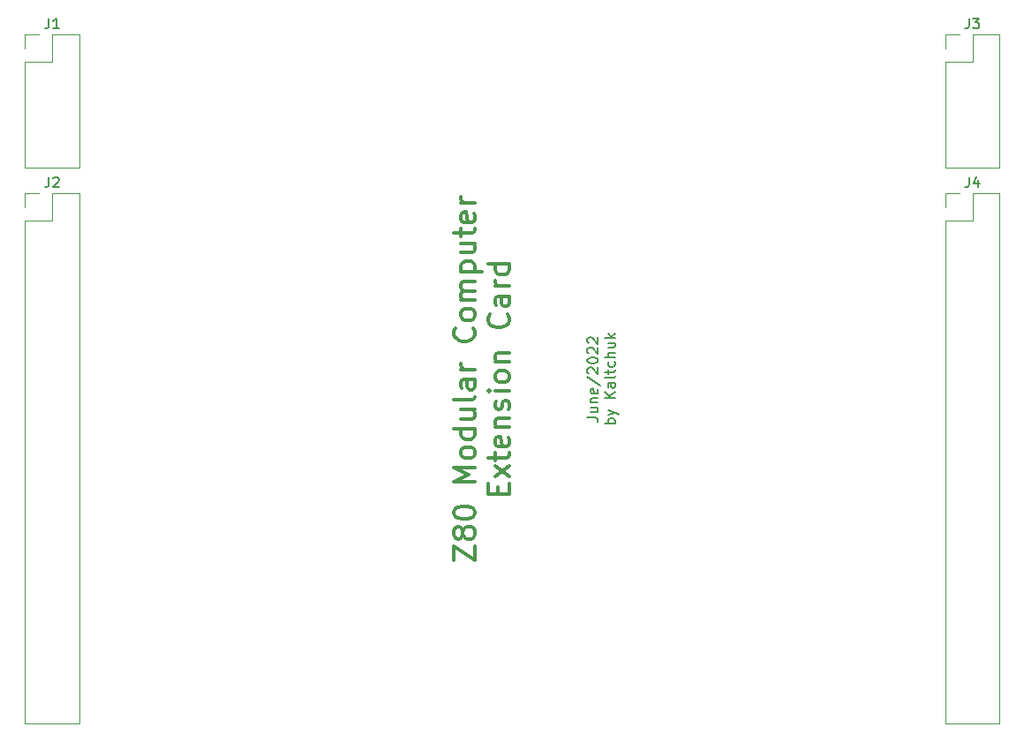
<source format=gbr>
%TF.GenerationSoftware,KiCad,Pcbnew,(6.0.4)*%
%TF.CreationDate,2022-06-04T07:03:01+03:00*%
%TF.ProjectId,Extension,45787465-6e73-4696-9f6e-2e6b69636164,rev?*%
%TF.SameCoordinates,Original*%
%TF.FileFunction,Legend,Top*%
%TF.FilePolarity,Positive*%
%FSLAX46Y46*%
G04 Gerber Fmt 4.6, Leading zero omitted, Abs format (unit mm)*
G04 Created by KiCad (PCBNEW (6.0.4)) date 2022-06-04 07:03:01*
%MOMM*%
%LPD*%
G01*
G04 APERTURE LIST*
%ADD10C,0.152400*%
%ADD11C,0.304800*%
%ADD12C,0.150000*%
%ADD13C,0.120000*%
G04 APERTURE END LIST*
D10*
X152295739Y-94481952D02*
X153021453Y-94481952D01*
X153166596Y-94530333D01*
X153263358Y-94627095D01*
X153311739Y-94772238D01*
X153311739Y-94869000D01*
X152634405Y-93562714D02*
X153311739Y-93562714D01*
X152634405Y-93998142D02*
X153166596Y-93998142D01*
X153263358Y-93949761D01*
X153311739Y-93853000D01*
X153311739Y-93707857D01*
X153263358Y-93611095D01*
X153214977Y-93562714D01*
X152634405Y-93078904D02*
X153311739Y-93078904D01*
X152731167Y-93078904D02*
X152682786Y-93030523D01*
X152634405Y-92933761D01*
X152634405Y-92788619D01*
X152682786Y-92691857D01*
X152779548Y-92643476D01*
X153311739Y-92643476D01*
X153263358Y-91772619D02*
X153311739Y-91869380D01*
X153311739Y-92062904D01*
X153263358Y-92159666D01*
X153166596Y-92208047D01*
X152779548Y-92208047D01*
X152682786Y-92159666D01*
X152634405Y-92062904D01*
X152634405Y-91869380D01*
X152682786Y-91772619D01*
X152779548Y-91724238D01*
X152876310Y-91724238D01*
X152973072Y-92208047D01*
X152247358Y-90563095D02*
X153553643Y-91433952D01*
X152392500Y-90272809D02*
X152344120Y-90224428D01*
X152295739Y-90127666D01*
X152295739Y-89885761D01*
X152344120Y-89789000D01*
X152392500Y-89740619D01*
X152489262Y-89692238D01*
X152586024Y-89692238D01*
X152731167Y-89740619D01*
X153311739Y-90321190D01*
X153311739Y-89692238D01*
X152295739Y-89063285D02*
X152295739Y-88966523D01*
X152344120Y-88869761D01*
X152392500Y-88821380D01*
X152489262Y-88773000D01*
X152682786Y-88724619D01*
X152924691Y-88724619D01*
X153118215Y-88773000D01*
X153214977Y-88821380D01*
X153263358Y-88869761D01*
X153311739Y-88966523D01*
X153311739Y-89063285D01*
X153263358Y-89160047D01*
X153214977Y-89208428D01*
X153118215Y-89256809D01*
X152924691Y-89305190D01*
X152682786Y-89305190D01*
X152489262Y-89256809D01*
X152392500Y-89208428D01*
X152344120Y-89160047D01*
X152295739Y-89063285D01*
X152392500Y-88337571D02*
X152344120Y-88289190D01*
X152295739Y-88192428D01*
X152295739Y-87950523D01*
X152344120Y-87853761D01*
X152392500Y-87805380D01*
X152489262Y-87757000D01*
X152586024Y-87757000D01*
X152731167Y-87805380D01*
X153311739Y-88385952D01*
X153311739Y-87757000D01*
X152392500Y-87369952D02*
X152344120Y-87321571D01*
X152295739Y-87224809D01*
X152295739Y-86982904D01*
X152344120Y-86886142D01*
X152392500Y-86837761D01*
X152489262Y-86789380D01*
X152586024Y-86789380D01*
X152731167Y-86837761D01*
X153311739Y-87418333D01*
X153311739Y-86789380D01*
X154947499Y-95086714D02*
X153931499Y-95086714D01*
X154318546Y-95086714D02*
X154270165Y-94989952D01*
X154270165Y-94796428D01*
X154318546Y-94699666D01*
X154366927Y-94651285D01*
X154463689Y-94602904D01*
X154753975Y-94602904D01*
X154850737Y-94651285D01*
X154899118Y-94699666D01*
X154947499Y-94796428D01*
X154947499Y-94989952D01*
X154899118Y-95086714D01*
X154270165Y-94264238D02*
X154947499Y-94022333D01*
X154270165Y-93780428D02*
X154947499Y-94022333D01*
X155189403Y-94119095D01*
X155237784Y-94167476D01*
X155286165Y-94264238D01*
X154947499Y-92619285D02*
X153931499Y-92619285D01*
X154947499Y-92038714D02*
X154366927Y-92474142D01*
X153931499Y-92038714D02*
X154512070Y-92619285D01*
X154947499Y-91167857D02*
X154415308Y-91167857D01*
X154318546Y-91216238D01*
X154270165Y-91313000D01*
X154270165Y-91506523D01*
X154318546Y-91603285D01*
X154899118Y-91167857D02*
X154947499Y-91264619D01*
X154947499Y-91506523D01*
X154899118Y-91603285D01*
X154802356Y-91651666D01*
X154705594Y-91651666D01*
X154608832Y-91603285D01*
X154560451Y-91506523D01*
X154560451Y-91264619D01*
X154512070Y-91167857D01*
X154947499Y-90538904D02*
X154899118Y-90635666D01*
X154802356Y-90684047D01*
X153931499Y-90684047D01*
X154270165Y-90297000D02*
X154270165Y-89909952D01*
X153931499Y-90151857D02*
X154802356Y-90151857D01*
X154899118Y-90103476D01*
X154947499Y-90006714D01*
X154947499Y-89909952D01*
X154899118Y-89135857D02*
X154947499Y-89232619D01*
X154947499Y-89426142D01*
X154899118Y-89522904D01*
X154850737Y-89571285D01*
X154753975Y-89619666D01*
X154463689Y-89619666D01*
X154366927Y-89571285D01*
X154318546Y-89522904D01*
X154270165Y-89426142D01*
X154270165Y-89232619D01*
X154318546Y-89135857D01*
X154947499Y-88700428D02*
X153931499Y-88700428D01*
X154947499Y-88265000D02*
X154415308Y-88265000D01*
X154318546Y-88313380D01*
X154270165Y-88410142D01*
X154270165Y-88555285D01*
X154318546Y-88652047D01*
X154366927Y-88700428D01*
X154270165Y-87345761D02*
X154947499Y-87345761D01*
X154270165Y-87781190D02*
X154802356Y-87781190D01*
X154899118Y-87732809D01*
X154947499Y-87636047D01*
X154947499Y-87490904D01*
X154899118Y-87394142D01*
X154850737Y-87345761D01*
X154947499Y-86861952D02*
X153931499Y-86861952D01*
X154560451Y-86765190D02*
X154947499Y-86474904D01*
X154270165Y-86474904D02*
X154657213Y-86861952D01*
D11*
X139491478Y-108173761D02*
X139491478Y-106819095D01*
X141523478Y-108173761D01*
X141523478Y-106819095D01*
X140362335Y-105754714D02*
X140265573Y-105948238D01*
X140168811Y-106045000D01*
X139975287Y-106141761D01*
X139878525Y-106141761D01*
X139685001Y-106045000D01*
X139588240Y-105948238D01*
X139491478Y-105754714D01*
X139491478Y-105367666D01*
X139588240Y-105174142D01*
X139685001Y-105077380D01*
X139878525Y-104980619D01*
X139975287Y-104980619D01*
X140168811Y-105077380D01*
X140265573Y-105174142D01*
X140362335Y-105367666D01*
X140362335Y-105754714D01*
X140459097Y-105948238D01*
X140555859Y-106045000D01*
X140749382Y-106141761D01*
X141136430Y-106141761D01*
X141329954Y-106045000D01*
X141426716Y-105948238D01*
X141523478Y-105754714D01*
X141523478Y-105367666D01*
X141426716Y-105174142D01*
X141329954Y-105077380D01*
X141136430Y-104980619D01*
X140749382Y-104980619D01*
X140555859Y-105077380D01*
X140459097Y-105174142D01*
X140362335Y-105367666D01*
X139491478Y-103722714D02*
X139491478Y-103529190D01*
X139588240Y-103335666D01*
X139685001Y-103238904D01*
X139878525Y-103142142D01*
X140265573Y-103045380D01*
X140749382Y-103045380D01*
X141136430Y-103142142D01*
X141329954Y-103238904D01*
X141426716Y-103335666D01*
X141523478Y-103529190D01*
X141523478Y-103722714D01*
X141426716Y-103916238D01*
X141329954Y-104013000D01*
X141136430Y-104109761D01*
X140749382Y-104206523D01*
X140265573Y-104206523D01*
X139878525Y-104109761D01*
X139685001Y-104013000D01*
X139588240Y-103916238D01*
X139491478Y-103722714D01*
X141523478Y-100626333D02*
X139491478Y-100626333D01*
X140942906Y-99949000D01*
X139491478Y-99271666D01*
X141523478Y-99271666D01*
X141523478Y-98013761D02*
X141426716Y-98207285D01*
X141329954Y-98304047D01*
X141136430Y-98400809D01*
X140555859Y-98400809D01*
X140362335Y-98304047D01*
X140265573Y-98207285D01*
X140168811Y-98013761D01*
X140168811Y-97723476D01*
X140265573Y-97529952D01*
X140362335Y-97433190D01*
X140555859Y-97336428D01*
X141136430Y-97336428D01*
X141329954Y-97433190D01*
X141426716Y-97529952D01*
X141523478Y-97723476D01*
X141523478Y-98013761D01*
X141523478Y-95594714D02*
X139491478Y-95594714D01*
X141426716Y-95594714D02*
X141523478Y-95788238D01*
X141523478Y-96175285D01*
X141426716Y-96368809D01*
X141329954Y-96465571D01*
X141136430Y-96562333D01*
X140555859Y-96562333D01*
X140362335Y-96465571D01*
X140265573Y-96368809D01*
X140168811Y-96175285D01*
X140168811Y-95788238D01*
X140265573Y-95594714D01*
X140168811Y-93756238D02*
X141523478Y-93756238D01*
X140168811Y-94627095D02*
X141233192Y-94627095D01*
X141426716Y-94530333D01*
X141523478Y-94336809D01*
X141523478Y-94046523D01*
X141426716Y-93853000D01*
X141329954Y-93756238D01*
X141523478Y-92498333D02*
X141426716Y-92691857D01*
X141233192Y-92788619D01*
X139491478Y-92788619D01*
X141523478Y-90853380D02*
X140459097Y-90853380D01*
X140265573Y-90950142D01*
X140168811Y-91143666D01*
X140168811Y-91530714D01*
X140265573Y-91724238D01*
X141426716Y-90853380D02*
X141523478Y-91046904D01*
X141523478Y-91530714D01*
X141426716Y-91724238D01*
X141233192Y-91821000D01*
X141039668Y-91821000D01*
X140846144Y-91724238D01*
X140749382Y-91530714D01*
X140749382Y-91046904D01*
X140652620Y-90853380D01*
X141523478Y-89885761D02*
X140168811Y-89885761D01*
X140555859Y-89885761D02*
X140362335Y-89789000D01*
X140265573Y-89692238D01*
X140168811Y-89498714D01*
X140168811Y-89305190D01*
X141329954Y-85918523D02*
X141426716Y-86015285D01*
X141523478Y-86305571D01*
X141523478Y-86499095D01*
X141426716Y-86789380D01*
X141233192Y-86982904D01*
X141039668Y-87079666D01*
X140652620Y-87176428D01*
X140362335Y-87176428D01*
X139975287Y-87079666D01*
X139781763Y-86982904D01*
X139588240Y-86789380D01*
X139491478Y-86499095D01*
X139491478Y-86305571D01*
X139588240Y-86015285D01*
X139685001Y-85918523D01*
X141523478Y-84757380D02*
X141426716Y-84950904D01*
X141329954Y-85047666D01*
X141136430Y-85144428D01*
X140555859Y-85144428D01*
X140362335Y-85047666D01*
X140265573Y-84950904D01*
X140168811Y-84757380D01*
X140168811Y-84467095D01*
X140265573Y-84273571D01*
X140362335Y-84176809D01*
X140555859Y-84080047D01*
X141136430Y-84080047D01*
X141329954Y-84176809D01*
X141426716Y-84273571D01*
X141523478Y-84467095D01*
X141523478Y-84757380D01*
X141523478Y-83209190D02*
X140168811Y-83209190D01*
X140362335Y-83209190D02*
X140265573Y-83112428D01*
X140168811Y-82918904D01*
X140168811Y-82628619D01*
X140265573Y-82435095D01*
X140459097Y-82338333D01*
X141523478Y-82338333D01*
X140459097Y-82338333D02*
X140265573Y-82241571D01*
X140168811Y-82048047D01*
X140168811Y-81757761D01*
X140265573Y-81564238D01*
X140459097Y-81467476D01*
X141523478Y-81467476D01*
X140168811Y-80499857D02*
X142200811Y-80499857D01*
X140265573Y-80499857D02*
X140168811Y-80306333D01*
X140168811Y-79919285D01*
X140265573Y-79725761D01*
X140362335Y-79629000D01*
X140555859Y-79532238D01*
X141136430Y-79532238D01*
X141329954Y-79629000D01*
X141426716Y-79725761D01*
X141523478Y-79919285D01*
X141523478Y-80306333D01*
X141426716Y-80499857D01*
X140168811Y-77790523D02*
X141523478Y-77790523D01*
X140168811Y-78661380D02*
X141233192Y-78661380D01*
X141426716Y-78564619D01*
X141523478Y-78371095D01*
X141523478Y-78080809D01*
X141426716Y-77887285D01*
X141329954Y-77790523D01*
X140168811Y-77113190D02*
X140168811Y-76339095D01*
X139491478Y-76822904D02*
X141233192Y-76822904D01*
X141426716Y-76726142D01*
X141523478Y-76532619D01*
X141523478Y-76339095D01*
X141426716Y-74887666D02*
X141523478Y-75081190D01*
X141523478Y-75468238D01*
X141426716Y-75661761D01*
X141233192Y-75758523D01*
X140459097Y-75758523D01*
X140265573Y-75661761D01*
X140168811Y-75468238D01*
X140168811Y-75081190D01*
X140265573Y-74887666D01*
X140459097Y-74790904D01*
X140652620Y-74790904D01*
X140846144Y-75758523D01*
X141523478Y-73920047D02*
X140168811Y-73920047D01*
X140555859Y-73920047D02*
X140362335Y-73823285D01*
X140265573Y-73726523D01*
X140168811Y-73533000D01*
X140168811Y-73339476D01*
X143730617Y-101835857D02*
X143730617Y-101158523D01*
X144794998Y-100868238D02*
X144794998Y-101835857D01*
X142762998Y-101835857D01*
X142762998Y-100868238D01*
X144794998Y-100190904D02*
X143440331Y-99126523D01*
X143440331Y-100190904D02*
X144794998Y-99126523D01*
X143440331Y-98642714D02*
X143440331Y-97868619D01*
X142762998Y-98352428D02*
X144504712Y-98352428D01*
X144698236Y-98255666D01*
X144794998Y-98062142D01*
X144794998Y-97868619D01*
X144698236Y-96417190D02*
X144794998Y-96610714D01*
X144794998Y-96997761D01*
X144698236Y-97191285D01*
X144504712Y-97288047D01*
X143730617Y-97288047D01*
X143537093Y-97191285D01*
X143440331Y-96997761D01*
X143440331Y-96610714D01*
X143537093Y-96417190D01*
X143730617Y-96320428D01*
X143924140Y-96320428D01*
X144117664Y-97288047D01*
X143440331Y-95449571D02*
X144794998Y-95449571D01*
X143633855Y-95449571D02*
X143537093Y-95352809D01*
X143440331Y-95159285D01*
X143440331Y-94869000D01*
X143537093Y-94675476D01*
X143730617Y-94578714D01*
X144794998Y-94578714D01*
X144698236Y-93707857D02*
X144794998Y-93514333D01*
X144794998Y-93127285D01*
X144698236Y-92933761D01*
X144504712Y-92837000D01*
X144407950Y-92837000D01*
X144214426Y-92933761D01*
X144117664Y-93127285D01*
X144117664Y-93417571D01*
X144020902Y-93611095D01*
X143827379Y-93707857D01*
X143730617Y-93707857D01*
X143537093Y-93611095D01*
X143440331Y-93417571D01*
X143440331Y-93127285D01*
X143537093Y-92933761D01*
X144794998Y-91966142D02*
X143440331Y-91966142D01*
X142762998Y-91966142D02*
X142859760Y-92062904D01*
X142956521Y-91966142D01*
X142859760Y-91869380D01*
X142762998Y-91966142D01*
X142956521Y-91966142D01*
X144794998Y-90708238D02*
X144698236Y-90901761D01*
X144601474Y-90998523D01*
X144407950Y-91095285D01*
X143827379Y-91095285D01*
X143633855Y-90998523D01*
X143537093Y-90901761D01*
X143440331Y-90708238D01*
X143440331Y-90417952D01*
X143537093Y-90224428D01*
X143633855Y-90127666D01*
X143827379Y-90030904D01*
X144407950Y-90030904D01*
X144601474Y-90127666D01*
X144698236Y-90224428D01*
X144794998Y-90417952D01*
X144794998Y-90708238D01*
X143440331Y-89160047D02*
X144794998Y-89160047D01*
X143633855Y-89160047D02*
X143537093Y-89063285D01*
X143440331Y-88869761D01*
X143440331Y-88579476D01*
X143537093Y-88385952D01*
X143730617Y-88289190D01*
X144794998Y-88289190D01*
X144601474Y-84612238D02*
X144698236Y-84709000D01*
X144794998Y-84999285D01*
X144794998Y-85192809D01*
X144698236Y-85483095D01*
X144504712Y-85676619D01*
X144311188Y-85773380D01*
X143924140Y-85870142D01*
X143633855Y-85870142D01*
X143246807Y-85773380D01*
X143053283Y-85676619D01*
X142859760Y-85483095D01*
X142762998Y-85192809D01*
X142762998Y-84999285D01*
X142859760Y-84709000D01*
X142956521Y-84612238D01*
X144794998Y-82870523D02*
X143730617Y-82870523D01*
X143537093Y-82967285D01*
X143440331Y-83160809D01*
X143440331Y-83547857D01*
X143537093Y-83741380D01*
X144698236Y-82870523D02*
X144794998Y-83064047D01*
X144794998Y-83547857D01*
X144698236Y-83741380D01*
X144504712Y-83838142D01*
X144311188Y-83838142D01*
X144117664Y-83741380D01*
X144020902Y-83547857D01*
X144020902Y-83064047D01*
X143924140Y-82870523D01*
X144794998Y-81902904D02*
X143440331Y-81902904D01*
X143827379Y-81902904D02*
X143633855Y-81806142D01*
X143537093Y-81709380D01*
X143440331Y-81515857D01*
X143440331Y-81322333D01*
X144794998Y-79774142D02*
X142762998Y-79774142D01*
X144698236Y-79774142D02*
X144794998Y-79967666D01*
X144794998Y-80354714D01*
X144698236Y-80548238D01*
X144601474Y-80645000D01*
X144407950Y-80741761D01*
X143827379Y-80741761D01*
X143633855Y-80645000D01*
X143537093Y-80548238D01*
X143440331Y-80354714D01*
X143440331Y-79967666D01*
X143537093Y-79774142D01*
D12*
%TO.C,J3*%
X188891666Y-56182380D02*
X188891666Y-56896666D01*
X188844047Y-57039523D01*
X188748809Y-57134761D01*
X188605952Y-57182380D01*
X188510714Y-57182380D01*
X189272619Y-56182380D02*
X189891666Y-56182380D01*
X189558333Y-56563333D01*
X189701190Y-56563333D01*
X189796428Y-56610952D01*
X189844047Y-56658571D01*
X189891666Y-56753809D01*
X189891666Y-56991904D01*
X189844047Y-57087142D01*
X189796428Y-57134761D01*
X189701190Y-57182380D01*
X189415476Y-57182380D01*
X189320238Y-57134761D01*
X189272619Y-57087142D01*
%TO.C,J4*%
X188896666Y-71417380D02*
X188896666Y-72131666D01*
X188849047Y-72274523D01*
X188753809Y-72369761D01*
X188610952Y-72417380D01*
X188515714Y-72417380D01*
X189801428Y-71750714D02*
X189801428Y-72417380D01*
X189563333Y-71369761D02*
X189325238Y-72084047D01*
X189944285Y-72084047D01*
%TO.C,J2*%
X100631666Y-71417380D02*
X100631666Y-72131666D01*
X100584047Y-72274523D01*
X100488809Y-72369761D01*
X100345952Y-72417380D01*
X100250714Y-72417380D01*
X101060238Y-71512619D02*
X101107857Y-71465000D01*
X101203095Y-71417380D01*
X101441190Y-71417380D01*
X101536428Y-71465000D01*
X101584047Y-71512619D01*
X101631666Y-71607857D01*
X101631666Y-71703095D01*
X101584047Y-71845952D01*
X101012619Y-72417380D01*
X101631666Y-72417380D01*
%TO.C,J1*%
X100626666Y-56182380D02*
X100626666Y-56896666D01*
X100579047Y-57039523D01*
X100483809Y-57134761D01*
X100340952Y-57182380D01*
X100245714Y-57182380D01*
X101626666Y-57182380D02*
X101055238Y-57182380D01*
X101340952Y-57182380D02*
X101340952Y-56182380D01*
X101245714Y-56325238D01*
X101150476Y-56420476D01*
X101055238Y-56468095D01*
D13*
%TO.C,J3*%
X186625000Y-60330000D02*
X189225000Y-60330000D01*
X186625000Y-70550000D02*
X191825000Y-70550000D01*
X186625000Y-59060000D02*
X186625000Y-57730000D01*
X189225000Y-57730000D02*
X191825000Y-57730000D01*
X191825000Y-57730000D02*
X191825000Y-70550000D01*
X189225000Y-60330000D02*
X189225000Y-57730000D01*
X186625000Y-60330000D02*
X186625000Y-70550000D01*
X186625000Y-57730000D02*
X187955000Y-57730000D01*
%TO.C,J4*%
X191830000Y-72965000D02*
X191830000Y-123885000D01*
X186630000Y-74295000D02*
X186630000Y-72965000D01*
X186630000Y-75565000D02*
X189230000Y-75565000D01*
X189230000Y-72965000D02*
X191830000Y-72965000D01*
X186630000Y-75565000D02*
X186630000Y-123885000D01*
X186630000Y-72965000D02*
X187960000Y-72965000D01*
X189230000Y-75565000D02*
X189230000Y-72965000D01*
X186630000Y-123885000D02*
X191830000Y-123885000D01*
%TO.C,J2*%
X98365000Y-74295000D02*
X98365000Y-72965000D01*
X100965000Y-75565000D02*
X100965000Y-72965000D01*
X100965000Y-72965000D02*
X103565000Y-72965000D01*
X103565000Y-72965000D02*
X103565000Y-123885000D01*
X98365000Y-75565000D02*
X98365000Y-123885000D01*
X98365000Y-72965000D02*
X99695000Y-72965000D01*
X98365000Y-123885000D02*
X103565000Y-123885000D01*
X98365000Y-75565000D02*
X100965000Y-75565000D01*
%TO.C,J1*%
X98360000Y-57730000D02*
X99690000Y-57730000D01*
X103560000Y-57730000D02*
X103560000Y-70550000D01*
X100960000Y-57730000D02*
X103560000Y-57730000D01*
X98360000Y-70550000D02*
X103560000Y-70550000D01*
X98360000Y-59060000D02*
X98360000Y-57730000D01*
X98360000Y-60330000D02*
X100960000Y-60330000D01*
X98360000Y-60330000D02*
X98360000Y-70550000D01*
X100960000Y-60330000D02*
X100960000Y-57730000D01*
%TD*%
M02*

</source>
